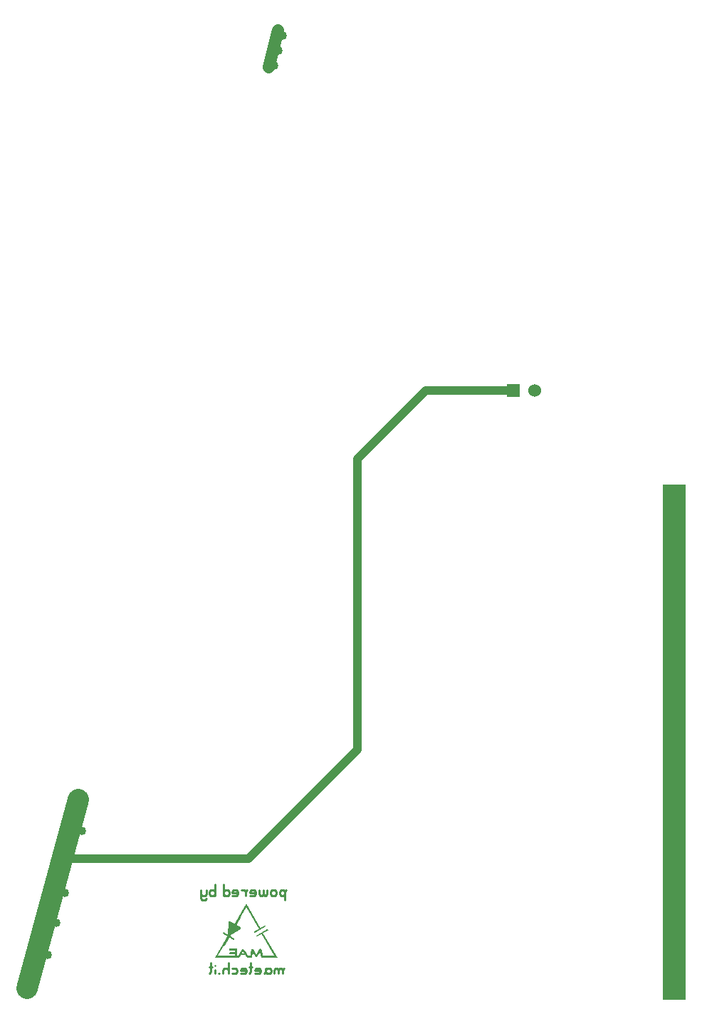
<source format=gbr>
G04 start of page 3 for group 1 idx 1 *
G04 Title: Stand for Heart, bottom *
G04 Creator: pcb 4.0.2 *
G04 CreationDate: Wed Apr  3 11:17:26 2019 UTC *
G04 For: alez *
G04 Format: Gerber/RS-274X *
G04 PCB-Dimensions (mil): 3346.46 4724.41 *
G04 PCB-Coordinate-Origin: lower left *
%MOIN*%
%FSLAX25Y25*%
%LNBOTTOM*%
%ADD24C,0.0200*%
%ADD23C,0.0550*%
%ADD22C,0.1000*%
%ADD21C,0.0600*%
%ADD20C,0.0400*%
%ADD19C,0.0100*%
%ADD18C,0.0001*%
G54D18*G36*
X126789Y38808D02*X133592Y27040D01*
X126029D01*
X125942Y27930D01*
X132035D01*
X126056Y38287D01*
X126745Y38884D01*
X126772Y38835D01*
X126789Y38808D01*
G37*
G36*
X121656Y27805D02*X121597Y27300D01*
X121331Y27035D01*
X119231D01*
X118819Y27930D01*
X121678D01*
X121656Y27805D01*
G37*
G36*
X127803Y42182D02*X128129Y41905D01*
X127955Y41515D01*
X123083Y38705D01*
X122600Y38835D01*
X122730Y39318D01*
X127597Y42128D01*
X127803Y42182D01*
G37*
G36*
X128839Y40327D02*X129192Y40066D01*
X129024Y39659D01*
X124152Y36849D01*
X123669Y36979D01*
X123799Y37468D01*
X128666Y40278D01*
X128839Y40327D01*
G37*
G36*
X125573Y31321D02*X126186Y30409D01*
X127006Y27035D01*
X125991D01*
X125459Y29617D01*
X124168Y27176D01*
X123257Y27366D01*
X122085Y29617D01*
X121553Y27035D01*
X120539D01*
X121510Y30990D01*
X122389Y31104D01*
X123772Y28445D01*
X125161Y31104D01*
X125573Y31321D01*
G37*
G36*
X110823Y44018D02*X111216D01*
X116334Y41262D01*
Y40475D01*
X110823Y36931D01*
X110429D01*
Y37325D01*
X110823Y43624D01*
Y44018D01*
G37*
G36*
X107908Y38726D02*X108375Y38818D01*
X113242Y36008D01*
X113399Y35509D01*
X112889Y35395D01*
X108017Y38205D01*
X107908Y38726D01*
G37*
G36*
X117479Y31272D02*X118146Y30773D01*
X118586Y30019D01*
X120365Y27051D01*
X119215D01*
X117473Y29910D01*
X117034Y29085D01*
X117929Y29031D01*
X118455Y28169D01*
X116426D01*
X115753Y27051D01*
X114598D01*
X116925Y30984D01*
X117479Y31272D01*
G37*
G36*
X114571Y31152D02*Y27035D01*
X110903D01*
X111012Y27962D01*
X113659D01*
Y30344D01*
X110903D01*
X111012Y31261D01*
X114571D01*
Y31152D01*
G37*
G36*
X113583Y29530D02*X113605Y28999D01*
X113361Y28722D01*
X111077D01*
X111191Y29639D01*
X113583D01*
Y29530D01*
G37*
G36*
X119036Y52208D02*X125785Y40538D01*
X124955Y40186D01*
X118938Y50608D01*
X105841Y27930D01*
X116204D01*
X115705Y27035D01*
X104311D01*
X118938Y52376D01*
X119036Y52208D01*
G37*
G54D19*X115721Y45926D02*X108294Y33057D01*
G54D20*X244000Y292441D02*X203000D01*
X171000Y260441D01*
Y124441D01*
X120000Y73441D01*
X32000D01*
G54D19*X137135Y54088D02*Y57988D01*
X137785Y58638D02*X137135Y57988D01*
X136485Y58638D01*
X135185D02*X136485D01*
X135185D02*X134535Y57988D01*
Y56688D02*Y57988D01*
X135185Y56038D02*X134535Y56688D01*
X135185Y56038D02*X136485D01*
X137135Y56688D02*X136485Y56038D01*
X132975Y56688D02*Y57988D01*
X132325Y58638D01*
X131025D02*X132325D01*
X131025D02*X130375Y57988D01*
Y56688D02*Y57988D01*
X131025Y56038D02*X130375Y56688D01*
X131025Y56038D02*X132325D01*
X132975Y56688D02*X132325Y56038D01*
X128815Y56688D02*Y58638D01*
Y56688D02*X128165Y56038D01*
X127515D02*X128165D01*
X127515D02*X126865Y56688D01*
Y58638D01*
Y56688D02*X126215Y56038D01*
X125565D02*X126215D01*
X125565D02*X124915Y56688D01*
Y58638D01*
X120755Y56038D02*X122705D01*
X123355Y56688D02*X122705Y56038D01*
X123355Y56688D02*Y57988D01*
X122705Y58638D01*
X121405D02*X122705D01*
X121405D02*X120755Y57988D01*
Y57338D02*X123355D01*
X120755D02*Y57988D01*
X118545Y56038D02*Y57988D01*
X117895Y58638D01*
X116595D02*X117895D01*
X119195D02*X118545Y57988D01*
X112435Y56038D02*X114385D01*
X115035Y56688D02*X114385Y56038D01*
X115035Y56688D02*Y57988D01*
X114385Y58638D01*
X113085D02*X114385D01*
X113085D02*X112435Y57988D01*
Y57338D02*X115035D01*
X112435D02*Y57988D01*
X108275Y56038D02*Y61238D01*
X108925Y56038D02*X108275Y56688D01*
X108925Y56038D02*X110225D01*
X110875Y56688D02*X110225Y56038D01*
X110875Y56688D02*Y57988D01*
X110225Y58638D01*
X108925D02*X110225D01*
X108925D02*X108275Y57988D01*
X104375Y56038D02*Y61238D01*
Y56688D02*X103725Y56038D01*
X102425D02*X103725D01*
X102425D02*X101775Y56688D01*
Y57988D01*
X102425Y58638D02*X101775Y57988D01*
X102425Y58638D02*X103725D01*
X104375Y57988D02*X103725Y58638D01*
X100215Y56688D02*Y58638D01*
Y56688D02*X99565Y56038D01*
X97615Y54738D02*Y58638D01*
X98265Y54088D02*X97615Y54738D01*
X98265Y54088D02*X99565D01*
X100215Y54738D02*X99565Y54088D01*
X98265Y56038D02*X99565D01*
X98265D02*X97615Y56688D01*
X136010Y19516D02*Y21466D01*
X135360Y22116D01*
X134710D02*X135360D01*
X134710D02*X134060Y21466D01*
Y19516D02*Y21466D01*
X133410Y22116D01*
X132760D02*X133410D01*
X132760D02*X132110Y21466D01*
Y19516D02*Y21466D01*
X136660Y22116D02*X136010Y21466D01*
X128600Y22116D02*X127950Y21466D01*
X128600Y22116D02*X129900D01*
X130550Y21466D02*X129900Y22116D01*
X130550Y20166D02*Y21466D01*
Y20166D02*X129900Y19516D01*
X127950Y20166D02*Y22116D01*
Y20166D02*X127300Y19516D01*
X128600D02*X129900D01*
X128600D02*X127950Y20166D01*
X123140Y19516D02*X125090D01*
X125740Y20166D02*X125090Y19516D01*
X125740Y20166D02*Y21466D01*
X125090Y22116D01*
X123790D02*X125090D01*
X123790D02*X123140Y21466D01*
Y20816D02*X125740D01*
X123140D02*Y21466D01*
X120930Y20166D02*Y24716D01*
Y20166D02*X120280Y19516D01*
Y22766D02*X121580D01*
X116380Y19516D02*X118330D01*
X118980Y20166D02*X118330Y19516D01*
X118980Y20166D02*Y21466D01*
X118330Y22116D01*
X117030D02*X118330D01*
X117030D02*X116380Y21466D01*
Y20816D02*X118980D01*
X116380D02*Y21466D01*
X112220Y22116D02*X114170D01*
X114820Y21466D02*X114170Y22116D01*
X114820Y20166D02*Y21466D01*
Y20166D02*X114170Y19516D01*
X112220D02*X114170D01*
X110660D02*Y24716D01*
Y21466D02*X110010Y22116D01*
X108710D02*X110010D01*
X108710D02*X108060Y21466D01*
Y19516D02*Y21466D01*
X105850Y19516D02*X106500D01*
X104290Y23286D02*Y23416D01*
Y19516D02*Y21466D01*
X102340Y20166D02*Y24716D01*
Y20166D02*X101690Y19516D01*
Y22766D02*X102990D01*
G54D18*G36*
X241000Y295441D02*Y289441D01*
X247000D01*
Y295441D01*
X241000D01*
G37*
G54D21*X254000Y292441D03*
G54D22*X16506Y12631D02*X40479Y101056D01*
G54D23*X129297Y443752D02*X133620Y461044D01*
G54D18*G36*
X324556Y248441D02*X314000D01*
Y7393D01*
X324556D01*
Y248441D01*
G37*
G54D20*X38000Y73441D03*
X42000Y86441D03*
X34000Y57441D03*
X30000Y43441D03*
X134000Y451441D03*
X136000Y458441D03*
X132000Y444441D03*
X26000Y28441D03*
G54D24*M02*

</source>
